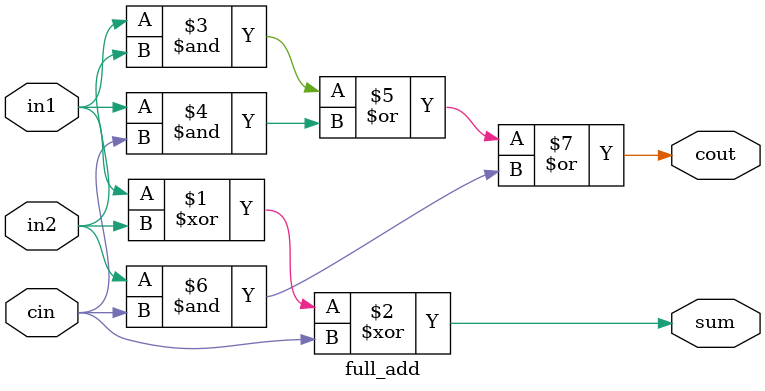
<source format=v>
module full_add(input in1,input in2,input cin,output sum,output cout);
    assign sum=in1^in2^cin;
    assign cout=(in1 & in2) | (in1 & cin) | (in2 & cin);

endmodule
</source>
